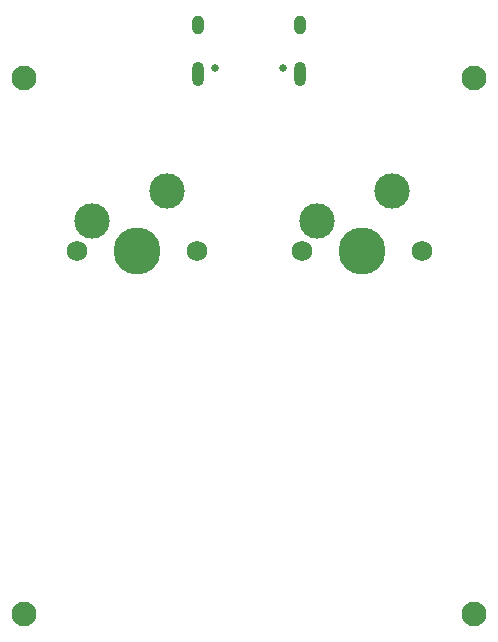
<source format=gbr>
%TF.GenerationSoftware,KiCad,Pcbnew,(6.0.7)*%
%TF.CreationDate,2022-09-12T20:58:16+12:00*%
%TF.ProjectId,ledusbc2key,6c656475-7362-4633-926b-65792e6b6963,rev?*%
%TF.SameCoordinates,Original*%
%TF.FileFunction,Soldermask,Top*%
%TF.FilePolarity,Negative*%
%FSLAX46Y46*%
G04 Gerber Fmt 4.6, Leading zero omitted, Abs format (unit mm)*
G04 Created by KiCad (PCBNEW (6.0.7)) date 2022-09-12 20:58:16*
%MOMM*%
%LPD*%
G01*
G04 APERTURE LIST*
%ADD10C,1.750000*%
%ADD11C,3.000000*%
%ADD12C,3.987800*%
%ADD13C,2.100000*%
%ADD14C,0.650000*%
%ADD15O,1.000000X1.600000*%
%ADD16O,1.000000X2.100000*%
G04 APERTURE END LIST*
D10*
%TO.C,MX1*%
X132080000Y-79375000D03*
D11*
X133350000Y-76835000D03*
D10*
X142240000Y-79375000D03*
D12*
X137160000Y-79375000D03*
D11*
X139700000Y-74295000D03*
%TD*%
D13*
%TO.C,*%
X146685000Y-64770000D03*
%TD*%
%TO.C,REF\u002A\u002A*%
X108585000Y-64770000D03*
%TD*%
%TO.C,REF\u002A\u002A*%
X146685000Y-64770000D03*
%TD*%
%TO.C,REF\u002A\u002A*%
X146685000Y-110172500D03*
%TD*%
%TO.C,REF\u002A\u002A*%
X108585000Y-110172500D03*
%TD*%
D12*
%TO.C,MX2*%
X118110000Y-79375000D03*
D11*
X120650000Y-74295000D03*
D10*
X113030000Y-79375000D03*
D11*
X114300000Y-76835000D03*
D10*
X123190000Y-79375000D03*
%TD*%
D14*
%TO.C,USB1*%
X130525000Y-63895000D03*
X124745000Y-63895000D03*
D15*
X123315000Y-60245000D03*
D16*
X123315000Y-64425000D03*
X131955000Y-64425000D03*
D15*
X131955000Y-60245000D03*
%TD*%
M02*

</source>
